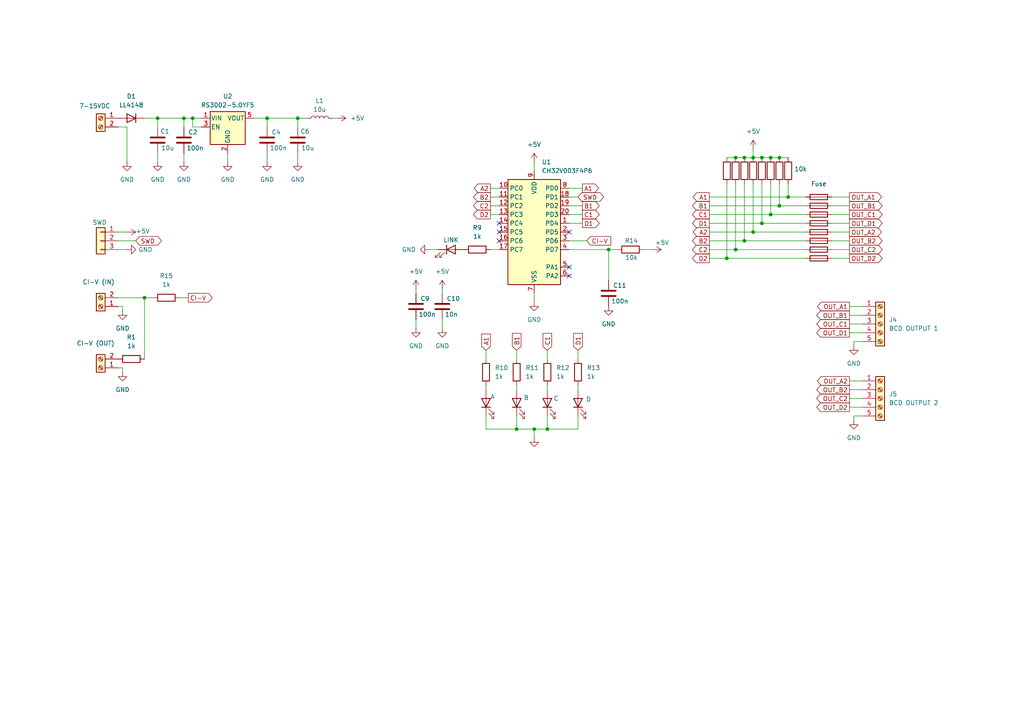
<source format=kicad_sch>
(kicad_sch (version 20250114) (generator "eeschema") (generator_version "9.0")
  (paper "A4")
  (title_block (title "CI-V to BCD converter") (date "2025-05-28") (comment 2 "RA0SMS"))
  (lib_symbols
    (symbol "Connector:Screw_Terminal_01x02" (pin_names (offset 1.016) (hide yes))
      (property "Reference" "J" (at 0 2.54 0))
      (property "Value" "Screw_Terminal_01x02" (at 0 -5.08 0))
      (symbol "Screw_Terminal_01x02_1_1"
        (rectangle (start -1.27 1.27) (end 1.27 -3.81) (stroke (width 0.254)) (fill (type background)))
        (polyline (pts (xy -0.5334 0.3302) (xy 0.3302 -0.508)) (stroke (width 0.1524)))
        (polyline (pts (xy -0.5334 -2.2098) (xy 0.3302 -3.048)) (stroke (width 0.1524)))
        (polyline (pts (xy -0.3556 0.508) (xy 0.508 -0.3302)) (stroke (width 0.1524)))
        (polyline (pts (xy -0.3556 -2.032) (xy 0.508 -2.8702)) (stroke (width 0.1524)))
        (circle (center 0 0) (radius 0.635) (stroke (width 0.1524)))
        (circle (center 0 -2.54) (radius 0.635) (stroke (width 0.1524)))
        (pin passive line (at -5.08 0 0) (length 3.81) (name "Pin_1") (number "1"))
        (pin passive line (at -5.08 -2.54 0) (length 3.81) (name "Pin_2") (number "2"))
      )
    )
    (symbol "Connector:Screw_Terminal_01x05" (pin_names (offset 1.016) (hide yes))
      (property "Reference" "J" (at 0 7.62 0))
      (property "Value" "Screw_Terminal_01x05" (at 0 -7.62 0))
      (symbol "Screw_Terminal_01x05_1_1"
        (rectangle (start -1.27 6.35) (end 1.27 -6.35) (stroke (width 0.254)) (fill (type background)))
        (polyline (pts (xy -0.5334 5.4102) (xy 0.3302 4.572)) (stroke (width 0.1524)))
        (polyline (pts (xy -0.5334 2.8702) (xy 0.3302 2.032)) (stroke (width 0.1524)))
        (polyline (pts (xy -0.5334 0.3302) (xy 0.3302 -0.508)) (stroke (width 0.1524)))
        (polyline (pts (xy -0.5334 -2.2098) (xy 0.3302 -3.048)) (stroke (width 0.1524)))
        (polyline (pts (xy -0.5334 -4.7498) (xy 0.3302 -5.588)) (stroke (width 0.1524)))
        (polyline (pts (xy -0.3556 5.588) (xy 0.508 4.7498)) (stroke (width 0.1524)))
        (polyline (pts (xy -0.3556 3.048) (xy 0.508 2.2098)) (stroke (width 0.1524)))
        (polyline (pts (xy -0.3556 0.508) (xy 0.508 -0.3302)) (stroke (width 0.1524)))
        (polyline (pts (xy -0.3556 -2.032) (xy 0.508 -2.8702)) (stroke (width 0.1524)))
        (polyline (pts (xy -0.3556 -4.572) (xy 0.508 -5.4102)) (stroke (width 0.1524)))
        (circle (center 0 5.08) (radius 0.635) (stroke (width 0.1524)))
        (circle (center 0 2.54) (radius 0.635) (stroke (width 0.1524)))
        (circle (center 0 0) (radius 0.635) (stroke (width 0.1524)))
        (circle (center 0 -2.54) (radius 0.635) (stroke (width 0.1524)))
        (circle (center 0 -5.08) (radius 0.635) (stroke (width 0.1524)))
        (pin passive line (at -5.08 5.08 0) (length 3.81) (name "Pin_1") (number "1"))
        (pin passive line (at -5.08 2.54 0) (length 3.81) (name "Pin_2") (number "2"))
        (pin passive line (at -5.08 0 0) (length 3.81) (name "Pin_3") (number "3"))
        (pin passive line (at -5.08 -2.54 0) (length 3.81) (name "Pin_4") (number "4"))
        (pin passive line (at -5.08 -5.08 0) (length 3.81) (name "Pin_5") (number "5"))
      )
    )
    (symbol "Connector_Generic:Conn_01x03" (pin_names (offset 1.016) (hide yes))
      (property "Reference" "J" (at 0 5.08 0))
      (property "Value" "Conn_01x03" (at 0 -5.08 0))
      (symbol "Conn_01x03_1_1"
        (rectangle (start -1.27 3.81) (end 1.27 -3.81) (stroke (width 0.254)) (fill (type background)))
        (rectangle (start -1.27 2.667) (end 0 2.413) (stroke (width 0.1524)))
        (rectangle (start -1.27 0.127) (end 0 -0.127) (stroke (width 0.1524)))
        (rectangle (start -1.27 -2.413) (end 0 -2.667) (stroke (width 0.1524)))
        (pin passive line (at -5.08 2.54 0) (length 3.81) (name "Pin_1") (number "1"))
        (pin passive line (at -5.08 0 0) (length 3.81) (name "Pin_2") (number "2"))
        (pin passive line (at -5.08 -2.54 0) (length 3.81) (name "Pin_3") (number "3"))
      )
    )
    (symbol "Device:C" (pin_numbers (hide yes)) (pin_names (offset 0.254))
      (property "Reference" "C" (at 0.635 2.54 0))
      (property "Value" "C" (at 0.635 -2.54 0))
      (symbol "C_0_1"
        (polyline (pts (xy -2.032 0.762) (xy 2.032 0.762)) (stroke (width 0.508)))
        (polyline (pts (xy -2.032 -0.762) (xy 2.032 -0.762)) (stroke (width 0.508)))
      )
      (symbol "C_1_1"
        (pin passive line (at 0 3.81 270) (length 2.794) (name "~") (number "1"))
        (pin passive line (at 0 -3.81 90) (length 2.794) (name "~") (number "2"))
      )
    )
    (symbol "Device:Fuse" (pin_numbers (hide yes)) (pin_names (offset 0))
      (property "Reference" "F" (at 2.032 0 90))
      (property "Value" "Fuse" (at -1.905 0 90))
      (symbol "Fuse_0_1"
        (rectangle (start -0.762 -2.54) (end 0.762 2.54) (stroke (width 0.254)))
        (polyline (pts (xy 0 2.54) (xy 0 -2.54)))
      )
      (symbol "Fuse_1_1"
        (pin passive line (at 0 3.81 270) (length 1.27) (name "~") (number "1"))
        (pin passive line (at 0 -3.81 90) (length 1.27) (name "~") (number "2"))
      )
    )
    (symbol "Device:L" (pin_numbers (hide yes)) (pin_names (offset 1.016) (hide yes))
      (property "Reference" "L" (at -1.27 0 90))
      (property "Value" "L" (at 1.905 0 90))
      (symbol "L_0_1"
        (arc (start 0 2.54) (mid 0.6323 1.905) (end 0 1.27))
        (arc (start 0 1.27) (mid 0.6323 0.635) (end 0 0))
        (arc (start 0 0) (mid 0.6323 -0.635) (end 0 -1.27))
        (arc (start 0 -1.27) (mid 0.6323 -1.905) (end 0 -2.54))
      )
      (symbol "L_1_1"
        (pin passive line (at 0 3.81 270) (length 1.27) (name "1") (number "1"))
        (pin passive line (at 0 -3.81 90) (length 1.27) (name "2") (number "2"))
      )
    )
    (symbol "Device:LED" (pin_numbers (hide yes)) (pin_names (offset 1.016) (hide yes))
      (property "Reference" "D" (at 0 2.54 0))
      (property "Value" "LED" (at 0 -2.54 0))
      (symbol "LED_0_1"
        (polyline (pts (xy -3.048 -0.762) (xy -4.572 -2.286) (xy -3.81 -2.286) (xy -4.572 -2.286) (xy -4.572 -1.524)))
        (polyline (pts (xy -1.778 -0.762) (xy -3.302 -2.286) (xy -2.54 -2.286) (xy -3.302 -2.286) (xy -3.302 -1.524)))
        (polyline (pts (xy -1.27 0) (xy 1.27 0)))
        (polyline (pts (xy -1.27 -1.27) (xy -1.27 1.27)) (stroke (width 0.254)))
        (polyline (pts (xy 1.27 -1.27) (xy 1.27 1.27) (xy -1.27 0) (xy 1.27 -1.27)) (stroke (width 0.254)))
      )
      (symbol "LED_1_1"
        (pin passive line (at -3.81 0 0) (length 2.54) (name "K") (number "1"))
        (pin passive line (at 3.81 0 180) (length 2.54) (name "A") (number "2"))
      )
    )
    (symbol "Device:R" (pin_numbers (hide yes)) (pin_names (offset 0))
      (property "Reference" "R" (at 2.032 0 90))
      (property "Value" "R" (at 0 0 90))
      (symbol "R_0_1"
        (rectangle (start -1.016 -2.54) (end 1.016 2.54) (stroke (width 0.254)))
      )
      (symbol "R_1_1"
        (pin passive line (at 0 3.81 270) (length 1.27) (name "~") (number "1"))
        (pin passive line (at 0 -3.81 90) (length 1.27) (name "~") (number "2"))
      )
    )
    (symbol "Diode:LL4148" (pin_numbers (hide yes)) (pin_names (hide yes))
      (property "Reference" "D" (at 0 2.54 0))
      (property "Value" "LL4148" (at 0 -2.54 0))
      (symbol "LL4148_0_1"
        (polyline (pts (xy -1.27 1.27) (xy -1.27 -1.27)) (stroke (width 0.254)))
        (polyline (pts (xy 1.27 1.27) (xy 1.27 -1.27) (xy -1.27 0) (xy 1.27 1.27)) (stroke (width 0.254)))
        (polyline (pts (xy 1.27 0) (xy -1.27 0)))
      )
      (symbol "LL4148_1_1"
        (pin passive line (at -3.81 0 0) (length 2.54) (name "K") (number "1"))
        (pin passive line (at 3.81 0 180) (length 2.54) (name "A") (number "2"))
      )
    )
    (symbol "MCU_WCH_CH32V0:CH32V003FxPx"
      (property "Reference" "U" (at -7.62 17.78 0))
      (property "Value" "CH32V003FxPx" (at 7.62 17.78 0))
      (symbol "CH32V003FxPx_1_1"
        (rectangle (start -7.62 15.24) (end 7.62 -15.24) (stroke (width 0.254)) (fill (type background)))
        (pin bidirectional line (at -10.16 12.7 0) (length 2.54) (name "PC0") (number "10"))
        (pin bidirectional line (at -10.16 10.16 0) (length 2.54) (name "PC1") (number "11"))
        (pin bidirectional line (at -10.16 7.62 0) (length 2.54) (name "PC2") (number "12"))
        (pin bidirectional line (at -10.16 5.08 0) (length 2.54) (name "PC3") (number "13"))
        (pin bidirectional line (at -10.16 2.54 0) (length 2.54) (name "PC4") (number "14"))
        (pin bidirectional line (at -10.16 0 0) (length 2.54) (name "PC5") (number "15"))
        (pin bidirectional line (at -10.16 -2.54 0) (length 2.54) (name "PC6") (number "16"))
        (pin bidirectional line (at -10.16 -5.08 0) (length 2.54) (name "PC7") (number "17"))
        (pin power_in line (at 0 17.78 270) (length 2.54) (name "VDD") (number "9"))
        (pin power_in line (at 0 -17.78 90) (length 2.54) (name "VSS") (number "7"))
        (pin bidirectional line (at 10.16 12.7 180) (length 2.54) (name "PD0") (number "8"))
        (pin bidirectional line (at 10.16 10.16 180) (length 2.54) (name "PD1") (number "18"))
        (pin bidirectional line (at 10.16 7.62 180) (length 2.54) (name "PD2") (number "19"))
        (pin bidirectional line (at 10.16 5.08 180) (length 2.54) (name "PD3") (number "20"))
        (pin bidirectional line (at 10.16 2.54 180) (length 2.54) (name "PD4") (number "1"))
        (pin bidirectional line (at 10.16 0 180) (length 2.54) (name "PD5") (number "2"))
        (pin bidirectional line (at 10.16 -2.54 180) (length 2.54) (name "PD6") (number "3"))
        (pin bidirectional line (at 10.16 -5.08 180) (length 2.54) (name "PD7") (number "4"))
        (pin bidirectional line (at 10.16 -10.16 180) (length 2.54) (name "PA1") (number "5"))
        (pin bidirectional line (at 10.16 -12.7 180) (length 2.54) (name "PA2") (number "6"))
      )
    )
    (symbol "Regulator_Linear:AP2112K-3.3" (pin_names (offset 0.254))
      (property "Reference" "U" (at -5.08 5.715 0))
      (property "Value" "AP2112K-3.3" (at 0 5.715 0))
      (symbol "AP2112K-3.3_0_1"
        (rectangle (start -5.08 4.445) (end 5.08 -5.08) (stroke (width 0.254)) (fill (type background)))
      )
      (symbol "AP2112K-3.3_1_1"
        (pin power_in line (at -7.62 2.54 0) (length 2.54) (name "VIN") (number "1"))
        (pin input line (at -7.62 0 0) (length 2.54) (name "EN") (number "3"))
        (pin power_in line (at 0 -7.62 90) (length 2.54) (name "GND") (number "2"))
        (pin no_connect line (at 5.08 0 180) (length 2.54) (hide yes) (name "NC") (number "4"))
        (pin power_out line (at 7.62 2.54 180) (length 2.54) (name "VOUT") (number "5"))
      )
    )
    (symbol "power:+5V" (power) (pin_numbers (hide yes)) (pin_names (offset 0) (hide yes))
      (property "Value" "+5V" (at 0 3.556 0))
      (symbol "+5V_0_1"
        (polyline (pts (xy -0.762 1.27) (xy 0 2.54)))
        (polyline (pts (xy 0 2.54) (xy 0.762 1.27)))
        (polyline (pts (xy 0 0) (xy 0 2.54)))
      )
      (symbol "+5V_1_1"
        (pin power_in line (at 0 0 90) (length 0) (name "~") (number "1"))
      )
    )
    (symbol "power:GND" (power) (pin_numbers (hide yes)) (pin_names (offset 0) (hide yes))
      (property "Value" "GND" (at 0 -3.81 0))
      (symbol "GND_0_1"
        (polyline (pts (xy 0 0) (xy 0 -1.27) (xy 1.27 -1.27) (xy 0 -2.54) (xy -1.27 -1.27) (xy 0 -1.27)))
      )
      (symbol "GND_1_1"
        (pin power_in line (at 0 0 270) (length 0) (name "~") (number "1"))
      )
    )
  )
  (junction (at 213.36 45.72))
  (junction (at 226.06 59.69))
  (junction (at 223.52 45.72))
  (junction (at 45.72 34.29))
  (junction (at 220.98 64.77))
  (junction (at 218.44 67.31))
  (junction (at 210.82 74.93))
  (junction (at 215.9 45.72))
  (junction (at 226.06 45.72))
  (junction (at 158.75 124.46))
  (junction (at 223.52 62.23))
  (junction (at 77.47 34.29))
  (junction (at 41.91 86.36))
  (junction (at 154.94 124.46))
  (junction (at 149.86 124.46))
  (junction (at 55.88 34.29))
  (junction (at 86.36 34.29))
  (junction (at 213.36 72.39))
  (junction (at 220.98 45.72))
  (junction (at 53.34 34.29))
  (junction (at 176.53 72.39))
  (junction (at 228.6 57.15))
  (junction (at 215.9 69.85))
  (junction (at 218.44 45.72))
  (no_connect (at 165.1 67.31))
  (no_connect (at 144.78 67.31))
  (no_connect (at 165.1 80.01))
  (no_connect (at 165.1 77.47))
  (no_connect (at 144.78 69.85))
  (no_connect (at 144.78 64.77))
  (bus_entry (at -40.64 27.94) (size 2.54 2.54))
  (wire (pts (xy 167.64 124.46) (xy 158.75 124.46)))
  (wire (pts (xy 154.94 124.46) (xy 149.86 124.46)))
  (wire (pts (xy 142.24 72.39) (xy 144.78 72.39)))
  (wire (pts (xy 218.44 67.31) (xy 233.68 67.31)))
  (wire (pts (xy 128.27 83.82) (xy 128.27 85.09)))
  (wire (pts (xy 165.1 59.69) (xy 168.91 59.69)))
  (wire (pts (xy 120.65 83.82) (xy 120.65 85.09)))
  (wire (pts (xy 250.19 99.06) (xy 247.65 99.06)))
  (wire (pts (xy 55.88 34.29) (xy 55.88 36.83)))
  (wire (pts (xy 167.64 120.65) (xy 167.64 124.46)))
  (wire (pts (xy 220.98 45.72) (xy 223.52 45.72)))
  (wire (pts (xy 45.72 34.29) (xy 53.34 34.29)))
  (wire (pts (xy 165.1 57.15) (xy 167.64 57.15)))
  (wire (pts (xy 35.56 88.9) (xy 34.29 88.9)))
  (wire (pts (xy 142.24 54.61) (xy 144.78 54.61)))
  (wire (pts (xy 215.9 69.85) (xy 233.68 69.85)))
  (wire (pts (xy 45.72 44.45) (xy 45.72 46.99)))
  (wire (pts (xy 165.1 54.61) (xy 168.91 54.61)))
  (wire (pts (xy 176.53 72.39) (xy 176.53 81.28)))
  (wire (pts (xy 158.75 124.46) (xy 154.94 124.46)))
  (wire (pts (xy 213.36 72.39) (xy 233.68 72.39)))
  (wire (pts (xy 241.3 57.15) (xy 246.38 57.15)))
  (wire (pts (xy 218.44 43.18) (xy 218.44 45.72)))
  (wire (pts (xy 205.74 69.85) (xy 215.9 69.85)))
  (wire (pts (xy 36.83 36.83) (xy 36.83 46.99)))
  (wire (pts (xy 246.38 91.44) (xy 250.19 91.44)))
  (wire (pts (xy 241.3 69.85) (xy 246.38 69.85)))
  (wire (pts (xy 210.82 53.34) (xy 210.82 74.93)))
  (wire (pts (xy 34.29 69.85) (xy 39.37 69.85)))
  (wire (pts (xy 34.29 86.36) (xy 41.91 86.36)))
  (wire (pts (xy 228.6 57.15) (xy 233.68 57.15)))
  (wire (pts (xy 228.6 53.34) (xy 228.6 57.15)))
  (wire (pts (xy 142.24 59.69) (xy 144.78 59.69)))
  (wire (pts (xy 55.88 34.29) (xy 58.42 34.29)))
  (wire (pts (xy 165.1 69.85) (xy 170.18 69.85)))
  (wire (pts (xy 210.82 45.72) (xy 213.36 45.72)))
  (wire (pts (xy 205.74 74.93) (xy 210.82 74.93)))
  (wire (pts (xy 142.24 57.15) (xy 144.78 57.15)))
  (wire (pts (xy 213.36 45.72) (xy 215.9 45.72)))
  (wire (pts (xy 158.75 120.65) (xy 158.75 124.46)))
  (wire (pts (xy 218.44 45.72) (xy 220.98 45.72)))
  (wire (pts (xy 205.74 59.69) (xy 226.06 59.69)))
  (wire (pts (xy 241.3 67.31) (xy 246.38 67.31)))
  (wire (pts (xy 41.91 104.14) (xy 41.91 86.36)))
  (wire (pts (xy 149.86 101.6) (xy 149.86 104.14)))
  (wire (pts (xy 55.88 36.83) (xy 58.42 36.83)))
  (wire (pts (xy 154.94 46.99) (xy 154.94 49.53)))
  (wire (pts (xy 205.74 72.39) (xy 213.36 72.39)))
  (wire (pts (xy 246.38 118.11) (xy 250.19 118.11)))
  (wire (pts (xy 140.97 124.46) (xy 149.86 124.46)))
  (wire (pts (xy 165.1 72.39) (xy 176.53 72.39)))
  (wire (pts (xy 52.07 86.36) (xy 54.61 86.36)))
  (wire (pts (xy 120.65 92.71) (xy 120.65 95.25)))
  (wire (pts (xy 246.38 88.9) (xy 250.19 88.9)))
  (wire (pts (xy 149.86 111.76) (xy 149.86 113.03)))
  (wire (pts (xy 246.38 110.49) (xy 250.19 110.49)))
  (wire (pts (xy 246.38 96.52) (xy 250.19 96.52)))
  (wire (pts (xy 186.69 72.39) (xy 189.23 72.39)))
  (wire (pts (xy 213.36 53.34) (xy 213.36 72.39)))
  (wire (pts (xy 223.52 53.34) (xy 223.52 62.23)))
  (wire (pts (xy 53.34 34.29) (xy 55.88 34.29)))
  (wire (pts (xy 176.53 72.39) (xy 179.07 72.39)))
  (wire (pts (xy 36.83 36.83) (xy 34.29 36.83)))
  (wire (pts (xy 241.3 74.93) (xy 246.38 74.93)))
  (wire (pts (xy 96.52 34.29) (xy 97.79 34.29)))
  (wire (pts (xy 205.74 67.31) (xy 218.44 67.31)))
  (wire (pts (xy 158.75 111.76) (xy 158.75 113.03)))
  (wire (pts (xy 233.68 59.69) (xy 226.06 59.69)))
  (wire (pts (xy 35.56 88.9) (xy 35.56 90.17)))
  (wire (pts (xy 218.44 53.34) (xy 218.44 67.31)))
  (wire (pts (xy 86.36 44.45) (xy 86.36 46.99)))
  (wire (pts (xy 154.94 124.46) (xy 154.94 127)))
  (wire (pts (xy 210.82 74.93) (xy 233.68 74.93)))
  (wire (pts (xy 220.98 53.34) (xy 220.98 64.77)))
  (wire (pts (xy 35.56 106.68) (xy 34.29 106.68)))
  (wire (pts (xy 223.52 45.72) (xy 226.06 45.72)))
  (wire (pts (xy 205.74 62.23) (xy 223.52 62.23)))
  (wire (pts (xy 34.29 72.39) (xy 36.83 72.39)))
  (wire (pts (xy 247.65 99.06) (xy 247.65 100.33)))
  (wire (pts (xy 45.72 34.29) (xy 45.72 36.83)))
  (wire (pts (xy 158.75 101.6) (xy 158.75 104.14)))
  (wire (pts (xy 250.19 120.65) (xy 247.65 120.65)))
  (wire (pts (xy 77.47 34.29) (xy 77.47 36.83)))
  (wire (pts (xy 66.04 44.45) (xy 66.04 46.99)))
  (wire (pts (xy 241.3 62.23) (xy 246.38 62.23)))
  (wire (pts (xy 41.91 86.36) (xy 44.45 86.36)))
  (wire (pts (xy 165.1 62.23) (xy 168.91 62.23)))
  (wire (pts (xy 241.3 59.69) (xy 246.38 59.69)))
  (wire (pts (xy 167.64 101.6) (xy 167.64 104.14)))
  (wire (pts (xy 246.38 93.98) (xy 250.19 93.98)))
  (wire (pts (xy 241.3 72.39) (xy 246.38 72.39)))
  (wire (pts (xy 53.34 44.45) (xy 53.34 46.99)))
  (wire (pts (xy 140.97 101.6) (xy 140.97 104.14)))
  (wire (pts (xy 165.1 64.77) (xy 168.91 64.77)))
  (wire (pts (xy 167.64 111.76) (xy 167.64 113.03)))
  (wire (pts (xy 124.46 72.39) (xy 127 72.39)))
  (wire (pts (xy 36.83 67.31) (xy 34.29 67.31)))
  (wire (pts (xy 73.66 34.29) (xy 77.47 34.29)))
  (wire (pts (xy 142.24 62.23) (xy 144.78 62.23)))
  (wire (pts (xy 53.34 34.29) (xy 53.34 36.83)))
  (wire (pts (xy 226.06 45.72) (xy 228.6 45.72)))
  (wire (pts (xy 149.86 124.46) (xy 149.86 120.65)))
  (wire (pts (xy 205.74 64.77) (xy 220.98 64.77)))
  (wire (pts (xy 215.9 53.34) (xy 215.9 69.85)))
  (wire (pts (xy 86.36 34.29) (xy 88.9 34.29)))
  (wire (pts (xy 77.47 44.45) (xy 77.47 46.99)))
  (wire (pts (xy 226.06 59.69) (xy 226.06 53.34)))
  (wire (pts (xy 128.27 92.71) (xy 128.27 95.25)))
  (wire (pts (xy 215.9 45.72) (xy 218.44 45.72)))
  (wire (pts (xy 154.94 85.09) (xy 154.94 87.63)))
  (wire (pts (xy 220.98 64.77) (xy 233.68 64.77)))
  (wire (pts (xy 35.56 106.68) (xy 35.56 107.95)))
  (wire (pts (xy 223.52 62.23) (xy 233.68 62.23)))
  (wire (pts (xy 247.65 120.65) (xy 247.65 121.92)))
  (wire (pts (xy 41.91 34.29) (xy 45.72 34.29)))
  (wire (pts (xy 246.38 115.57) (xy 250.19 115.57)))
  (wire (pts (xy 86.36 36.83) (xy 86.36 34.29)))
  (wire (pts (xy 86.36 34.29) (xy 77.47 34.29)))
  (wire (pts (xy 246.38 113.03) (xy 250.19 113.03)))
  (wire (pts (xy 140.97 111.76) (xy 140.97 113.03)))
  (wire (pts (xy 205.74 57.15) (xy 228.6 57.15)))
  (wire (pts (xy 140.97 120.65) (xy 140.97 124.46)))
  (wire (pts (xy 241.3 64.77) (xy 246.38 64.77)))
  (global_label "D1" (shape output) (at 205.74 64.77 180) (property "Intersheetrefs" "${INTERSHEET_REFS}" (effects (hide yes))))
  (global_label "OUT_C2" (shape output) (at 246.38 115.57 180) (property "Intersheetrefs" "${INTERSHEET_REFS}" (effects (hide yes))))
  (global_label "OUT_D2" (shape output) (at 246.38 118.11 180) (property "Intersheetrefs" "${INTERSHEET_REFS}" (effects (hide yes))))
  (global_label "C1" (shape output) (at 168.91 62.23 0) (property "Intersheetrefs" "${INTERSHEET_REFS}" (effects (hide yes))))
  (global_label "B1" (shape output) (at 168.91 59.69 0) (property "Intersheetrefs" "${INTERSHEET_REFS}" (effects (hide yes))))
  (global_label "B2" (shape output) (at 142.24 57.15 180) (property "Intersheetrefs" "${INTERSHEET_REFS}" (effects (hide yes))))
  (global_label "A1" (shape output) (at 168.91 54.61 0) (property "Intersheetrefs" "${INTERSHEET_REFS}" (effects (hide yes))))
  (global_label "OUT_C1" (shape output) (at 246.38 62.23 0) (property "Intersheetrefs" "${INTERSHEET_REFS}" (effects (hide yes))))
  (global_label "A1" (shape output) (at 205.74 57.15 180) (property "Intersheetrefs" "${INTERSHEET_REFS}" (effects (hide yes))))
  (global_label "D2" (shape output) (at 205.74 74.93 180) (property "Intersheetrefs" "${INTERSHEET_REFS}" (effects (hide yes))))
  (global_label "SWD" (shape bidirectional) (at 167.64 57.15 0) (property "Intersheetrefs" "${INTERSHEET_REFS}" (effects (hide yes))))
  (global_label "OUT_B2" (shape output) (at 246.38 69.85 0) (property "Intersheetrefs" "${INTERSHEET_REFS}" (effects (hide yes))))
  (global_label "CI-V" (shape input) (at 170.18 69.85 0) (property "Intersheetrefs" "${INTERSHEET_REFS}" (effects (hide yes))))
  (global_label "B2" (shape output) (at 205.74 69.85 180) (property "Intersheetrefs" "${INTERSHEET_REFS}" (effects (hide yes))))
  (global_label "A1" (shape input) (at 140.97 101.6 90) (property "Intersheetrefs" "${INTERSHEET_REFS}" (effects (hide yes))))
  (global_label "OUT_B1" (shape output) (at 246.38 59.69 0) (property "Intersheetrefs" "${INTERSHEET_REFS}" (effects (hide yes))))
  (global_label "SWD" (shape bidirectional) (at 39.37 69.85 0) (property "Intersheetrefs" "${INTERSHEET_REFS}" (effects (hide yes))))
  (global_label "OUT_B2" (shape output) (at 246.38 113.03 180) (property "Intersheetrefs" "${INTERSHEET_REFS}" (effects (hide yes))))
  (global_label "CI-V" (shape output) (at 54.61 86.36 0) (property "Intersheetrefs" "${INTERSHEET_REFS}" (effects (hide yes))))
  (global_label "C2" (shape output) (at 142.24 59.69 180) (property "Intersheetrefs" "${INTERSHEET_REFS}" (effects (hide yes))))
  (global_label "B1" (shape output) (at 205.74 59.69 180) (property "Intersheetrefs" "${INTERSHEET_REFS}" (effects (hide yes))))
  (global_label "D2" (shape output) (at 142.24 62.23 180) (property "Intersheetrefs" "${INTERSHEET_REFS}" (effects (hide yes))))
  (global_label "OUT_A1" (shape output) (at 246.38 57.15 0) (property "Intersheetrefs" "${INTERSHEET_REFS}" (effects (hide yes))))
  (global_label "OUT_A2" (shape output) (at 246.38 67.31 0) (property "Intersheetrefs" "${INTERSHEET_REFS}" (effects (hide yes))))
  (global_label "OUT_A2" (shape output) (at 246.38 110.49 180) (property "Intersheetrefs" "${INTERSHEET_REFS}" (effects (hide yes))))
  (global_label "OUT_A1" (shape output) (at 246.38 88.9 180) (property "Intersheetrefs" "${INTERSHEET_REFS}" (effects (hide yes))))
  (global_label "C1" (shape input) (at 158.75 101.6 90) (property "Intersheetrefs" "${INTERSHEET_REFS}" (effects (hide yes))))
  (global_label "OUT_D1" (shape output) (at 246.38 96.52 180) (property "Intersheetrefs" "${INTERSHEET_REFS}" (effects (hide yes))))
  (global_label "C2" (shape output) (at 205.74 72.39 180) (property "Intersheetrefs" "${INTERSHEET_REFS}" (effects (hide yes))))
  (global_label "D1" (shape input) (at 167.64 101.6 90) (property "Intersheetrefs" "${INTERSHEET_REFS}" (effects (hide yes))))
  (global_label "A2" (shape output) (at 205.74 67.31 180) (property "Intersheetrefs" "${INTERSHEET_REFS}" (effects (hide yes))))
  (global_label "OUT_B1" (shape output) (at 246.38 91.44 180) (property "Intersheetrefs" "${INTERSHEET_REFS}" (effects (hide yes))))
  (global_label "C1" (shape output) (at 205.74 62.23 180) (property "Intersheetrefs" "${INTERSHEET_REFS}" (effects (hide yes))))
  (global_label "OUT_D1" (shape output) (at 246.38 64.77 0) (property "Intersheetrefs" "${INTERSHEET_REFS}" (effects (hide yes))))
  (global_label "B1" (shape input) (at 149.86 101.6 90) (property "Intersheetrefs" "${INTERSHEET_REFS}" (effects (hide yes))))
  (global_label "D1" (shape output) (at 168.91 64.77 0) (property "Intersheetrefs" "${INTERSHEET_REFS}" (effects (hide yes))))
  (global_label "OUT_D2" (shape output) (at 246.38 74.93 0) (property "Intersheetrefs" "${INTERSHEET_REFS}" (effects (hide yes))))
  (global_label "OUT_C1" (shape output) (at 246.38 93.98 180) (property "Intersheetrefs" "${INTERSHEET_REFS}" (effects (hide yes))))
  (global_label "A2" (shape output) (at 142.24 54.61 180) (property "Intersheetrefs" "${INTERSHEET_REFS}" (effects (hide yes))))
  (global_label "OUT_C2" (shape output) (at 246.38 72.39 0) (property "Intersheetrefs" "${INTERSHEET_REFS}" (effects (hide yes))))
  (symbol (lib_id "Device:LED") (at 140.97 116.84 90) (unit 1)
    (property "Reference" "D3" (effects (hide yes)))
    (property "Value" "A" (at 142.24 115.062 90) (effects (justify right)))
    (property "Footprint" "LED_SMD:LED_1206_3216Metric" (effects (hide yes)))
    (property "Description" "Light emitting diode" (effects (hide yes)))
  )
  (symbol (lib_id "Device:LED") (at 158.75 116.84 90) (unit 1)
    (property "Reference" "D5" (effects (hide yes)))
    (property "Value" "C" (at 160.528 115.57 90) (effects (justify right)))
    (property "Footprint" "LED_SMD:LED_1206_3216Metric" (effects (hide yes)))
    (property "Description" "Light emitting diode" (effects (hide yes)))
  )
  (symbol (lib_id "power:GND") (at 35.56 107.95 0) (unit 1)
    (property "Reference" "#PWR09" (effects (hide yes)))
    (property "Value" "GND" (at 35.56 113.03 0))
    (property "Description" "Power symbol creates a global label with name \"GND\" , ground" (effects (hide yes)))
  )
  (symbol (lib_id "Device:Fuse") (at 237.49 64.77 90) (unit 1)
    (property "Reference" "F4" (effects (hide yes)))
    (property "Value" "Fuse" (effects (hide yes)))
    (property "Footprint" "Resistor_SMD:R_1206_3216Metric" (effects (hide yes)))
    (property "Description" "Fuse" (effects (hide yes)))
  )
  (symbol (lib_id "Device:Fuse") (at 237.49 72.39 90) (unit 1)
    (property "Reference" "F7" (effects (hide yes)))
    (property "Value" "Fuse" (effects (hide yes)))
    (property "Footprint" "Resistor_SMD:R_1206_3216Metric" (effects (hide yes)))
    (property "Description" "Fuse" (effects (hide yes)))
  )
  (symbol (lib_id "Device:R") (at 220.98 49.53 0) (unit 1)
    (property "Reference" "R8" (effects (hide yes)))
    (property "Value" "10k" (effects (hide yes)))
    (property "Footprint" "Resistor_SMD:R_1206_3216Metric" (effects (hide yes)))
    (property "Description" "Resistor" (effects (hide yes)))
  )
  (symbol (lib_id "power:GND") (at 124.46 72.39 270) (unit 1)
    (property "Reference" "#PWR021" (effects (hide yes)))
    (property "Value" "GND" (at 120.65 72.3899 90) (effects (justify right)))
    (property "Description" "Power symbol creates a global label with name \"GND\" , ground" (effects (hide yes)))
  )
  (symbol (lib_id "Device:Fuse") (at 237.49 59.69 90) (unit 1)
    (property "Reference" "F2" (effects (hide yes)))
    (property "Value" "Fuse" (effects (hide yes)))
    (property "Footprint" "Resistor_SMD:R_1206_3216Metric" (effects (hide yes)))
    (property "Description" "Fuse" (effects (hide yes)))
  )
  (symbol (lib_id "power:GND") (at 128.27 95.25 0) (unit 1)
    (property "Reference" "#PWR023" (effects (hide yes)))
    (property "Value" "GND" (at 128.27 100.33 0))
    (property "Description" "Power symbol creates a global label with name \"GND\" , ground" (effects (hide yes)))
  )
  (symbol (lib_id "Device:R") (at 228.6 49.53 0) (unit 1)
    (property "Reference" "R5" (effects (hide yes)))
    (property "Value" "10k" (at 230.378 49.022 0) (effects (justify left)))
    (property "Footprint" "Resistor_SMD:R_1206_3216Metric" (effects (hide yes)))
    (property "Description" "Resistor" (effects (hide yes)))
  )
  (symbol (lib_id "power:GND") (at 154.94 87.63 0) (unit 1)
    (property "Reference" "#PWR025" (effects (hide yes)))
    (property "Value" "GND" (at 154.94 92.71 0))
    (property "Description" "Power symbol creates a global label with name \"GND\" , ground" (effects (hide yes)))
  )
  (symbol (lib_id "power:GND") (at 176.53 88.9 0) (unit 1)
    (property "Reference" "#PWR027" (effects (hide yes)))
    (property "Value" "GND" (at 176.53 93.98 0))
    (property "Description" "Power symbol creates a global label with name \"GND\" , ground" (effects (hide yes)))
  )
  (symbol (lib_id "power:+5V") (at 120.65 83.82 0) (unit 1)
    (property "Reference" "#PWR019" (effects (hide yes)))
    (property "Value" "+5V" (at 120.65 78.74 0))
    (property "Description" "Power symbol creates a global label with name \"+5V\"" (effects (hide yes)))
  )
  (symbol (lib_id "Device:R") (at 213.36 49.53 0) (unit 1)
    (property "Reference" "R21" (effects (hide yes)))
    (property "Value" "10k" (effects (hide yes)))
    (property "Footprint" "Resistor_SMD:R_1206_3216Metric" (effects (hide yes)))
    (property "Description" "Resistor" (effects (hide yes)))
  )
  (symbol (lib_id "Device:R") (at 167.64 107.95 0) (unit 1)
    (property "Reference" "R13" (at 170.18 106.6799 0) (effects (justify left)))
    (property "Value" "1k" (at 170.18 109.2199 0) (effects (justify left)))
    (property "Footprint" "Resistor_SMD:R_1206_3216Metric" (effects (hide yes)))
    (property "Description" "Resistor" (effects (hide yes)))
  )
  (symbol (lib_id "power:GND") (at 36.83 72.39 90) (unit 1)
    (property "Reference" "#PWR04" (effects (hide yes)))
    (property "Value" "GND" (at 40.132 72.39 90) (effects (justify right)))
    (property "Description" "Power symbol creates a global label with name \"GND\" , ground" (effects (hide yes)))
  )
  (symbol (lib_id "Device:C") (at 128.27 88.9 0) (unit 1)
    (property "Reference" "C10" (at 129.54 86.614 0) (effects (justify left)))
    (property "Value" "10n" (at 129.032 91.186 0) (effects (justify left)))
    (property "Footprint" "Capacitor_SMD:C_1206_3216Metric_Pad1.33x1.80mm_HandSolder" (effects (hide yes)))
    (property "Description" "Unpolarized capacitor" (effects (hide yes)))
  )
  (symbol (lib_id "Device:Fuse") (at 237.49 57.15 90) (unit 1)
    (property "Reference" "F1" (effects (hide yes)))
    (property "Value" "Fuse" (at 237.49 53.34 90))
    (property "Footprint" "Resistor_SMD:R_1206_3216Metric" (effects (hide yes)))
    (property "Description" "Fuse" (effects (hide yes)))
  )
  (symbol (lib_id "Device:L") (at 92.71 34.29 90) (unit 1)
    (property "Reference" "L1" (at 92.71 29.21 90))
    (property "Value" "10u" (at 92.71 31.75 90))
    (property "Footprint" "Inductor_SMD:L_1206_3216Metric" (effects (hide yes)))
    (property "Description" "Inductor" (effects (hide yes)))
  )
  (symbol (lib_id "Device:Fuse") (at 237.49 62.23 90) (unit 1)
    (property "Reference" "F3" (effects (hide yes)))
    (property "Value" "Fuse" (effects (hide yes)))
    (property "Footprint" "Resistor_SMD:R_1206_3216Metric" (effects (hide yes)))
    (property "Description" "Fuse" (effects (hide yes)))
  )
  (symbol (lib_id "power:GND") (at 36.83 46.99 0) (unit 1)
    (property "Reference" "#PWR01" (effects (hide yes)))
    (property "Value" "GND" (at 36.83 52.07 0))
    (property "Description" "Power symbol creates a global label with name \"GND\" , ground" (effects (hide yes)))
  )
  (symbol (lib_id "power:+5V") (at 189.23 72.39 270) (unit 1)
    (property "Reference" "#PWR028" (effects (hide yes)))
    (property "Value" "+5V" (at 192.024 70.358 90))
    (property "Description" "Power symbol creates a global label with name \"+5V\"" (effects (hide yes)))
  )
  (symbol (lib_id "power:GND") (at 154.94 127 0) (unit 1)
    (property "Reference" "#PWR026" (effects (hide yes)))
    (property "Value" "GND" (effects (hide yes)))
    (property "Description" "Power symbol creates a global label with name \"GND\" , ground" (effects (hide yes)))
  )
  (symbol (lib_id "power:GND") (at 77.47 46.99 0) (unit 1)
    (property "Reference" "#PWR013" (effects (hide yes)))
    (property "Value" "GND" (at 77.47 52.07 0))
    (property "Description" "Power symbol creates a global label with name \"GND\" , ground" (effects (hide yes)))
  )
  (symbol (lib_id "Device:Fuse") (at 237.49 69.85 90) (unit 1)
    (property "Reference" "F6" (effects (hide yes)))
    (property "Value" "Fuse" (effects (hide yes)))
    (property "Footprint" "Resistor_SMD:R_1206_3216Metric" (effects (hide yes)))
    (property "Description" "Fuse" (effects (hide yes)))
  )
  (symbol (lib_id "power:+5V") (at 128.27 83.82 0) (unit 1)
    (property "Reference" "#PWR022" (effects (hide yes)))
    (property "Value" "+5V" (at 128.27 78.74 0))
    (property "Description" "Power symbol creates a global label with name \"+5V\"" (effects (hide yes)))
  )
  (symbol (lib_id "Device:LED") (at 167.64 116.84 90) (unit 1)
    (property "Reference" "D6" (effects (hide yes)))
    (property "Value" "D" (at 169.926 115.824 90) (effects (justify right)))
    (property "Footprint" "LED_SMD:LED_1206_3216Metric" (effects (hide yes)))
    (property "Description" "Light emitting diode" (effects (hide yes)))
  )
  (symbol (lib_id "Device:R") (at 138.43 72.39 90) (unit 1)
    (property "Reference" "R9" (at 138.43 66.04 90))
    (property "Value" "1k" (at 138.43 68.58 90))
    (property "Footprint" "Resistor_SMD:R_1206_3216Metric" (effects (hide yes)))
    (property "Description" "Resistor" (effects (hide yes)))
  )
  (symbol (lib_id "MCU_WCH_CH32V0:CH32V003FxPx") (at 154.94 67.31 0) (unit 1)
    (property "Reference" "U1" (at 157.1341 46.99 0) (effects (justify left)))
    (property "Value" "CH32V003F4P6" (at 157.1341 49.53 0) (effects (justify left)))
    (property "Footprint" "Package_SO:TSSOP-20_4.4x6.5mm_P0.65mm" (effects (hide yes)))
    (property "Datasheet" "https://www.wch-ic.com/products/CH32V003.html" (effects (hide yes)))
    (property "Description" "CH32V003 series are industrial-grade general-purpose microcontrollers designed based on 32-bit RISC-V instruction set and architecture. It adopts QingKe V2A core, RV32EC instruction set, and supports 2 levels of interrupt nesting. The series are mounted with rich peripheral interfaces and function modules. Its internal organizational structure meets the low-cost and low-power embedded application scenarios." (effects (hide yes)))
  )
  (symbol (lib_id "Connector:Screw_Terminal_01x02") (at 29.21 34.29 0) (mirror y) (unit 1)
    (property "Reference" "J1" (effects (hide yes)))
    (property "Value" "7-15VDC" (at 32.004 30.734 0) (effects (justify left)))
    (property "Footprint" "TerminalBlock_MetzConnect:TerminalBlock_MetzConnect_Type055_RT01502HDWU_1x02_P5.00mm_Horizontal" (effects (hide yes)))
    (property "Description" "Generic screw terminal, single row, 01x02, script generated (kicad-library-utils/schlib/autogen/connector/)" (effects (hide yes)))
  )
  (symbol (lib_id "power:+5V") (at 36.83 67.31 270) (unit 1)
    (property "Reference" "#PWR03" (effects (hide yes)))
    (property "Value" "+5V" (at 41.402 67.056 90))
    (property "Description" "Power symbol creates a global label with name \"+5V\"" (effects (hide yes)))
  )
  (symbol (lib_id "Device:Fuse") (at 237.49 74.93 90) (unit 1)
    (property "Reference" "F8" (effects (hide yes)))
    (property "Value" "Fuse" (effects (hide yes)))
    (property "Footprint" "Resistor_SMD:R_1206_3216Metric" (effects (hide yes)))
    (property "Description" "Fuse" (effects (hide yes)))
  )
  (symbol (lib_id "Device:R") (at 218.44 49.53 0) (unit 1)
    (property "Reference" "R19" (effects (hide yes)))
    (property "Value" "10k" (effects (hide yes)))
    (property "Footprint" "Resistor_SMD:R_1206_3216Metric" (effects (hide yes)))
    (property "Description" "Resistor" (effects (hide yes)))
  )
  (symbol (lib_id "Connector:Screw_Terminal_01x02") (at 29.21 88.9 180) (unit 1)
    (property "Reference" "J6" (effects (hide yes)))
    (property "Value" "CI-V (IN)" (at 33.274 81.788 0) (effects (justify left)))
    (property "Footprint" "TerminalBlock_MetzConnect:TerminalBlock_MetzConnect_Type055_RT01502HDWU_1x02_P5.00mm_Horizontal" (effects (hide yes)))
    (property "Description" "Generic screw terminal, single row, 01x02, script generated (kicad-library-utils/schlib/autogen/connector/)" (effects (hide yes)))
  )
  (symbol (lib_id "Connector:Screw_Terminal_01x02") (at 29.21 106.68 180) (unit 1)
    (property "Reference" "J2" (effects (hide yes)))
    (property "Value" "CI-V (OUT)" (at 33.274 99.568 0) (effects (justify left)))
    (property "Footprint" "TerminalBlock_MetzConnect:TerminalBlock_MetzConnect_Type055_RT01502HDWU_1x02_P5.00mm_Horizontal" (effects (hide yes)))
    (property "Description" "Generic screw terminal, single row, 01x02, script generated (kicad-library-utils/schlib/autogen/connector/)" (effects (hide yes)))
  )
  (symbol (lib_id "Device:C") (at 77.47 40.64 0) (unit 1)
    (property "Reference" "C4" (at 78.74 38.354 0) (effects (justify left)))
    (property "Value" "100n" (at 78.232 42.926 0) (effects (justify left)))
    (property "Footprint" "Capacitor_SMD:C_1206_3216Metric_Pad1.33x1.80mm_HandSolder" (effects (hide yes)))
    (property "Description" "Unpolarized capacitor" (effects (hide yes)))
  )
  (symbol (lib_id "power:GND") (at 247.65 121.92 0) (unit 1)
    (property "Reference" "#PWR035" (effects (hide yes)))
    (property "Value" "GND" (at 247.65 127 0))
    (property "Description" "Power symbol creates a global label with name \"GND\" , ground" (effects (hide yes)))
  )
  (symbol (lib_id "Device:R") (at 182.88 72.39 90) (unit 1)
    (property "Reference" "R14" (at 183.134 69.85 90))
    (property "Value" "10k" (at 183.134 74.676 90))
    (property "Footprint" "Resistor_SMD:R_1206_3216Metric" (effects (hide yes)))
    (property "Description" "Resistor" (effects (hide yes)))
  )
  (symbol (lib_id "power:+5V") (at 218.44 43.18 0) (unit 1)
    (property "Reference" "#PWR010" (effects (hide yes)))
    (property "Value" "+5V" (at 218.44 38.1 0))
    (property "Description" "Power symbol creates a global label with name \"+5V\"" (effects (hide yes)))
  )
  (symbol (lib_id "Device:C") (at 120.65 88.9 0) (unit 1)
    (property "Reference" "C9" (at 121.92 86.614 0) (effects (justify left)))
    (property "Value" "100n" (at 121.412 91.186 0) (effects (justify left)))
    (property "Footprint" "Capacitor_SMD:C_1206_3216Metric_Pad1.33x1.80mm_HandSolder" (effects (hide yes)))
    (property "Description" "Unpolarized capacitor" (effects (hide yes)))
  )
  (symbol (lib_id "Device:R") (at 48.26 86.36 90) (unit 1)
    (property "Reference" "R15" (at 48.26 80.01 90))
    (property "Value" "1k" (at 48.26 82.55 90))
    (property "Footprint" "Resistor_SMD:R_1206_3216Metric" (effects (hide yes)))
    (property "Description" "Resistor" (effects (hide yes)))
  )
  (symbol (lib_id "power:GND") (at 66.04 46.99 0) (unit 1)
    (property "Reference" "#PWR011" (effects (hide yes)))
    (property "Value" "GND" (at 66.04 52.07 0))
    (property "Description" "Power symbol creates a global label with name \"GND\" , ground" (effects (hide yes)))
  )
  (symbol (lib_id "Device:R") (at 38.1 104.14 270) (unit 1)
    (property "Reference" "R1" (at 38.1 97.79 90))
    (property "Value" "1k" (at 38.1 100.33 90))
    (property "Footprint" "Resistor_SMD:R_1206_3216Metric" (effects (hide yes)))
    (property "Description" "Resistor" (effects (hide yes)))
  )
  (symbol (lib_id "power:+5V") (at 97.79 34.29 270) (unit 1)
    (property "Reference" "#PWR018" (effects (hide yes)))
    (property "Value" "+5V" (at 101.6 34.2899 90) (effects (justify left)))
    (property "Description" "Power symbol creates a global label with name \"+5V\"" (effects (hide yes)))
  )
  (symbol (lib_id "power:GND") (at 45.72 46.99 0) (unit 1)
    (property "Reference" "#PWR06" (effects (hide yes)))
    (property "Value" "GND" (at 45.72 52.07 0))
    (property "Description" "Power symbol creates a global label with name \"GND\" , ground" (effects (hide yes)))
  )
  (symbol (lib_id "Device:Fuse") (at 237.49 67.31 90) (unit 1)
    (property "Reference" "F5" (effects (hide yes)))
    (property "Value" "Fuse" (effects (hide yes)))
    (property "Footprint" "Resistor_SMD:R_1206_3216Metric" (effects (hide yes)))
    (property "Description" "Fuse" (effects (hide yes)))
  )
  (symbol (lib_id "power:GND") (at 86.36 46.99 0) (unit 1)
    (property "Reference" "#PWR015" (effects (hide yes)))
    (property "Value" "GND" (at 86.36 52.07 0))
    (property "Description" "Power symbol creates a global label with name \"GND\" , ground" (effects (hide yes)))
  )
  (symbol (lib_id "Device:R") (at 210.82 49.53 0) (unit 1)
    (property "Reference" "R22" (effects (hide yes)))
    (property "Value" "10k" (effects (hide yes)))
    (property "Footprint" "Resistor_SMD:R_1206_3216Metric" (effects (hide yes)))
    (property "Description" "Resistor" (effects (hide yes)))
  )
  (symbol (lib_id "Device:R") (at 226.06 49.53 0) (unit 1)
    (property "Reference" "R6" (effects (hide yes)))
    (property "Value" "10k" (effects (hide yes)))
    (property "Footprint" "Resistor_SMD:R_1206_3216Metric" (effects (hide yes)))
    (property "Description" "Resistor" (effects (hide yes)))
  )
  (symbol (lib_id "Device:R") (at 223.52 49.53 0) (unit 1)
    (property "Reference" "R7" (effects (hide yes)))
    (property "Value" "10k" (effects (hide yes)))
    (property "Footprint" "Resistor_SMD:R_1206_3216Metric" (effects (hide yes)))
    (property "Description" "Resistor" (effects (hide yes)))
  )
  (symbol (lib_id "power:GND") (at 247.65 100.33 0) (unit 1)
    (property "Reference" "#PWR034" (effects (hide yes)))
    (property "Value" "GND" (at 247.65 105.41 0))
    (property "Description" "Power symbol creates a global label with name \"GND\" , ground" (effects (hide yes)))
  )
  (symbol (lib_id "power:GND") (at 35.56 90.17 0) (unit 1)
    (property "Reference" "#PWR036" (effects (hide yes)))
    (property "Value" "GND" (at 35.56 95.25 0))
    (property "Description" "Power symbol creates a global label with name \"GND\" , ground" (effects (hide yes)))
  )
  (symbol (lib_id "power:+5V") (at 154.94 46.99 0) (unit 1)
    (property "Reference" "#PWR024" (effects (hide yes)))
    (property "Value" "+5V" (at 154.94 41.91 0))
    (property "Description" "Power symbol creates a global label with name \"+5V\"" (effects (hide yes)))
  )
  (symbol (lib_id "Regulator_Linear:AP2112K-3.3") (at 66.04 36.83 0) (unit 1)
    (property "Reference" "U2" (at 66.04 27.94 0))
    (property "Value" "RS3002-5.0YF5" (at 66.04 30.48 0))
    (property "Footprint" "Package_TO_SOT_SMD:SOT-23-5" (effects (hide yes)))
    (property "Datasheet" "https://www.diodes.com/assets/Datasheets/AP2112.pdf" (effects (hide yes)))
    (property "Description" "600mA low dropout linear regulator, with enable pin, 3.8V-6V input voltage range, 3.3V fixed positive output, SOT-23-5" (effects (hide yes)))
  )
  (symbol (lib_id "Device:C") (at 176.53 85.09 0) (unit 1)
    (property "Reference" "C11" (at 177.8 82.804 0) (effects (justify left)))
    (property "Value" "100n" (at 177.292 87.376 0) (effects (justify left)))
    (property "Footprint" "Capacitor_SMD:C_1206_3216Metric_Pad1.33x1.80mm_HandSolder" (effects (hide yes)))
    (property "Description" "Unpolarized capacitor" (effects (hide yes)))
  )
  (symbol (lib_id "Device:R") (at 140.97 107.95 0) (unit 1)
    (property "Reference" "R10" (at 143.51 106.6799 0) (effects (justify left)))
    (property "Value" "1k" (at 143.51 109.2199 0) (effects (justify left)))
    (property "Footprint" "Resistor_SMD:R_1206_3216Metric" (effects (hide yes)))
    (property "Description" "Resistor" (effects (hide yes)))
  )
  (symbol (lib_id "Device:R") (at 158.75 107.95 0) (unit 1)
    (property "Reference" "R12" (at 161.29 106.6799 0) (effects (justify left)))
    (property "Value" "1k" (at 161.29 109.2199 0) (effects (justify left)))
    (property "Footprint" "Resistor_SMD:R_1206_3216Metric" (effects (hide yes)))
    (property "Description" "Resistor" (effects (hide yes)))
  )
  (symbol (lib_id "Device:R") (at 215.9 49.53 0) (unit 1)
    (property "Reference" "R20" (effects (hide yes)))
    (property "Value" "10k" (effects (hide yes)))
    (property "Footprint" "Resistor_SMD:R_1206_3216Metric" (effects (hide yes)))
    (property "Description" "Resistor" (effects (hide yes)))
  )
  (symbol (lib_id "Device:LED") (at 149.86 116.84 90) (unit 1)
    (property "Reference" "D4" (effects (hide yes)))
    (property "Value" "B" (at 151.892 115.316 90) (effects (justify right)))
    (property "Footprint" "LED_SMD:LED_1206_3216Metric" (effects (hide yes)))
    (property "Description" "Light emitting diode" (effects (hide yes)))
  )
  (symbol (lib_id "Device:R") (at 149.86 107.95 0) (unit 1)
    (property "Reference" "R11" (at 152.4 106.6799 0) (effects (justify left)))
    (property "Value" "1k" (at 152.4 109.2199 0) (effects (justify left)))
    (property "Footprint" "Resistor_SMD:R_1206_3216Metric" (effects (hide yes)))
    (property "Description" "Resistor" (effects (hide yes)))
  )
  (symbol (lib_id "Diode:LL4148") (at 38.1 34.29 180) (unit 1)
    (property "Reference" "D1" (at 38.1 27.94 0))
    (property "Value" "LL4148" (at 38.1 30.48 0))
    (property "Footprint" "Diode_SMD:D_MiniMELF" (effects (hide yes)))
    (property "Datasheet" "http://www.vishay.com/docs/85557/ll4148.pdf" (effects (hide yes)))
    (property "Description" "100V 0.15A standard switching diode, MiniMELF" (effects (hide yes)))
    (property "Sim.Device" "D" (effects (hide yes)))
    (property "Sim.Pins" "1=K 2=A" (effects (hide yes)))
  )
  (symbol (lib_id "power:GND") (at 120.65 95.25 0) (unit 1)
    (property "Reference" "#PWR020" (effects (hide yes)))
    (property "Value" "GND" (at 120.65 100.33 0))
    (property "Description" "Power symbol creates a global label with name \"GND\" , ground" (effects (hide yes)))
  )
  (symbol (lib_id "Device:C") (at 53.34 40.64 0) (unit 1)
    (property "Reference" "C2" (at 54.61 38.354 0) (effects (justify left)))
    (property "Value" "100n" (at 54.102 42.926 0) (effects (justify left)))
    (property "Footprint" "Capacitor_SMD:C_1206_3216Metric_Pad1.33x1.80mm_HandSolder" (effects (hide yes)))
    (property "Description" "Unpolarized capacitor" (effects (hide yes)))
  )
  (symbol (lib_id "Connector:Screw_Terminal_01x05") (at 255.27 115.57 0) (unit 1)
    (property "Reference" "J5" (at 257.81 114.2999 0) (effects (justify left)))
    (property "Value" "BCD OUTPUT 2" (at 257.81 116.8399 0) (effects (justify left)))
    (property "Footprint" "TerminalBlock_MetzConnect:TerminalBlock_MetzConnect_Type011_RT05505HBLC_1x05_P5.00mm_Horizontal" (effects (hide yes)))
    (property "Description" "Generic screw terminal, single row, 01x05, script generated (kicad-library-utils/schlib/autogen/connector/)" (effects (hide yes)))
  )
  (symbol (lib_id "Connector:Screw_Terminal_01x05") (at 255.27 93.98 0) (unit 1)
    (property "Reference" "J4" (at 257.81 92.7099 0) (effects (justify left)))
    (property "Value" "BCD OUTPUT 1" (at 257.81 95.2499 0) (effects (justify left)))
    (property "Footprint" "TerminalBlock_MetzConnect:TerminalBlock_MetzConnect_Type011_RT05505HBLC_1x05_P5.00mm_Horizontal" (effects (hide yes)))
    (property "Description" "Generic screw terminal, single row, 01x05, script generated (kicad-library-utils/schlib/autogen/connector/)" (effects (hide yes)))
  )
  (symbol (lib_id "Device:LED") (at 130.81 72.39 0) (unit 1)
    (property "Reference" "D2" (effects (hide yes)))
    (property "Value" "LINK" (at 130.81 69.596 0))
    (property "Footprint" "LED_SMD:LED_1206_3216Metric" (effects (hide yes)))
    (property "Description" "Light emitting diode" (effects (hide yes)))
  )
  (symbol (lib_id "power:GND") (at 53.34 46.99 0) (unit 1)
    (property "Reference" "#PWR08" (effects (hide yes)))
    (property "Value" "GND" (at 53.34 52.07 0))
    (property "Description" "Power symbol creates a global label with name \"GND\" , ground" (effects (hide yes)))
  )
  (symbol (lib_id "Connector_Generic:Conn_01x03") (at 29.21 69.85 0) (mirror y) (unit 1)
    (property "Reference" "J3" (effects (hide yes)))
    (property "Value" "SWD" (at 30.988 64.516 0) (effects (justify left)))
    (property "Footprint" "Connector_PinSocket_2.54mm:PinSocket_1x03_P2.54mm_Vertical" (effects (hide yes)))
    (property "Description" "Generic connector, single row, 01x03, script generated (kicad-library-utils/schlib/autogen/connector/)" (effects (hide yes)))
  )
  (symbol (lib_id "Device:C") (at 45.72 40.64 0) (unit 1)
    (property "Reference" "C1" (at 46.482 38.1 0) (effects (justify left)))
    (property "Value" "10u" (at 46.736 42.926 0) (effects (justify left)))
    (property "Footprint" "Capacitor_SMD:C_1206_3216Metric_Pad1.33x1.80mm_HandSolder" (effects (hide yes)))
    (property "Description" "Unpolarized capacitor" (effects (hide yes)))
  )
  (symbol (lib_id "Device:C") (at 86.36 40.64 0) (unit 1)
    (property "Reference" "C6" (at 87.122 38.1 0) (effects (justify left)))
    (property "Value" "10u" (at 87.376 42.926 0) (effects (justify left)))
    (property "Footprint" "Capacitor_SMD:C_1206_3216Metric_Pad1.33x1.80mm_HandSolder" (effects (hide yes)))
    (property "Description" "Unpolarized capacitor" (effects (hide yes)))
  )
)
</source>
